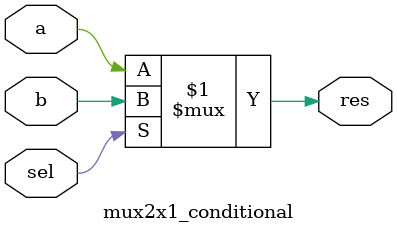
<source format=v>
module mux2x1_conditional(input a, input b, input sel, output res);

	assign res = sel ? b : a;

endmodule
</source>
